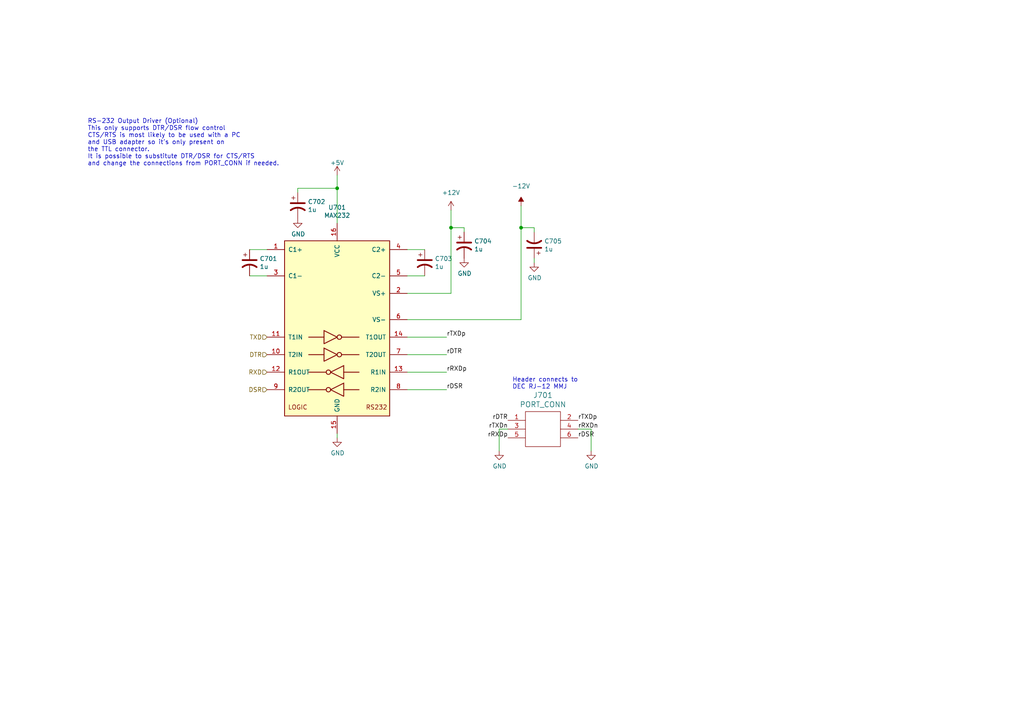
<source format=kicad_sch>
(kicad_sch (version 20211123) (generator eeschema)
  (paper "A4")
  (lib_symbols
    (symbol "Device:CP1" (pin_numbers hide) (pin_names (offset 0.254) hide)
      (property "Reference" "C" (at 0.635 2.54 0))
      (property "Value" "Device_CP1" (at 0.635 -2.54 0))
      (symbol "CP1_0_1"
        (polyline (pts (xy -2.032 0.762) (xy 2.032 0.762)) (stroke (width 0.508)))
        (polyline (pts (xy -1.778 2.286) (xy -0.762 2.286)))
        (polyline (pts (xy -1.27 1.778) (xy -1.27 2.794)))
        (arc (start 2.032 -1.27) (mid 0 -0.5572) (end -2.032 -1.27) (stroke (width 0.508)))
      )
      (symbol "CP1_1_1"
        (pin passive line (at 0 3.81 270) (length 2.794) (name "~") (number "1"))
        (pin passive line (at 0 -3.81 90) (length 3.302) (name "~") (number "2"))
      )
    )
    (symbol "Interface_UART:MAX232" (pin_names (offset 1.016))
      (property "Reference" "U" (at -2.54 28.575 0))
      (property "Value" "MAX232" (at -2.54 26.67 0))
      (symbol "MAX232_0_0"
        (text "LOGIC" (at -11.43 -22.86 0) (effects (font (size 1.27 1.27))))
        (text "RS232" (at 11.43 -22.86 0) (effects (font (size 1.27 1.27))))
      )
      (symbol "MAX232_0_1"
        (rectangle (start -15.24 -25.4) (end 15.24 25.4) (stroke (width 0.254)) (fill (type background)))
        (circle (center -2.54 -17.78) (radius 0.635) (stroke (width 0.254)))
        (circle (center -2.54 -12.7) (radius 0.635) (stroke (width 0.254)))
        (polyline (pts (xy -3.81 -7.62) (xy -8.255 -7.62)) (stroke (width 0.254)))
        (polyline (pts (xy -3.81 -2.54) (xy -8.255 -2.54)) (stroke (width 0.254)))
        (polyline (pts (xy -3.175 -17.78) (xy -8.255 -17.78)) (stroke (width 0.254)))
        (polyline (pts (xy -3.175 -12.7) (xy -8.255 -12.7)) (stroke (width 0.254)))
        (polyline (pts (xy 1.27 -7.62) (xy 6.35 -7.62)) (stroke (width 0.254)))
        (polyline (pts (xy 1.27 -2.54) (xy 6.35 -2.54)) (stroke (width 0.254)))
        (polyline (pts (xy 1.905 -17.78) (xy 6.35 -17.78)) (stroke (width 0.254)))
        (polyline (pts (xy 1.905 -12.7) (xy 6.35 -12.7)) (stroke (width 0.254)))
        (polyline (pts (xy -3.81 -5.715) (xy -3.81 -9.525) (xy 0 -7.62) (xy -3.81 -5.715)) (stroke (width 0.254)))
        (polyline (pts (xy -3.81 -0.635) (xy -3.81 -4.445) (xy 0 -2.54) (xy -3.81 -0.635)) (stroke (width 0.254)))
        (polyline (pts (xy 1.905 -15.875) (xy 1.905 -19.685) (xy -1.905 -17.78) (xy 1.905 -15.875)) (stroke (width 0.254)))
        (polyline (pts (xy 1.905 -10.795) (xy 1.905 -14.605) (xy -1.905 -12.7) (xy 1.905 -10.795)) (stroke (width 0.254)))
        (circle (center 0.635 -7.62) (radius 0.635) (stroke (width 0.254)))
        (circle (center 0.635 -2.54) (radius 0.635) (stroke (width 0.254)))
      )
      (symbol "MAX232_1_1"
        (pin passive line (at -20.32 22.86 0) (length 5.08) (name "C1+") (number "1"))
        (pin input line (at -20.32 -7.62 0) (length 5.08) (name "T2IN") (number "10"))
        (pin input line (at -20.32 -2.54 0) (length 5.08) (name "T1IN") (number "11"))
        (pin output line (at -20.32 -12.7 0) (length 5.08) (name "R1OUT") (number "12"))
        (pin input line (at 20.32 -12.7 180) (length 5.08) (name "R1IN") (number "13"))
        (pin output line (at 20.32 -2.54 180) (length 5.08) (name "T1OUT") (number "14"))
        (pin power_in line (at 0 -30.48 90) (length 5.08) (name "GND") (number "15"))
        (pin power_in line (at 0 30.48 270) (length 5.08) (name "VCC") (number "16"))
        (pin power_out line (at 20.32 10.16 180) (length 5.08) (name "VS+") (number "2"))
        (pin passive line (at -20.32 15.24 0) (length 5.08) (name "C1-") (number "3"))
        (pin passive line (at 20.32 22.86 180) (length 5.08) (name "C2+") (number "4"))
        (pin passive line (at 20.32 15.24 180) (length 5.08) (name "C2-") (number "5"))
        (pin power_out line (at 20.32 2.54 180) (length 5.08) (name "VS-") (number "6"))
        (pin output line (at 20.32 -7.62 180) (length 5.08) (name "T2OUT") (number "7"))
        (pin input line (at 20.32 -17.78 180) (length 5.08) (name "R2IN") (number "8"))
        (pin output line (at -20.32 -17.78 0) (length 5.08) (name "R2OUT") (number "9"))
      )
    )
    (symbol "power:+12V" (power) (pin_names (offset 0))
      (property "Value" "+12V" (at 0 3.556 0))
      (symbol "+12V_0_1"
        (polyline (pts (xy -0.762 1.27) (xy 0 2.54)))
        (polyline (pts (xy 0 0) (xy 0 2.54)))
        (polyline (pts (xy 0 2.54) (xy 0.762 1.27)))
      )
      (symbol "+12V_1_1"
        (pin power_in line (at 0 0 90) (length 0) hide (name "+12V") (number "1"))
      )
    )
    (symbol "power:+5V" (power) (pin_names (offset 0))
      (property "Value" "+5V" (at 0 3.556 0))
      (symbol "+5V_0_1"
        (polyline (pts (xy -0.762 1.27) (xy 0 2.54)))
        (polyline (pts (xy 0 0) (xy 0 2.54)))
        (polyline (pts (xy 0 2.54) (xy 0.762 1.27)))
      )
      (symbol "+5V_1_1"
        (pin power_in line (at 0 0 90) (length 0) hide (name "+5V") (number "1"))
      )
    )
    (symbol "power:-12V" (power) (pin_names (offset 0))
      (property "Value" "-12V" (at 0 3.81 0))
      (symbol "-12V_0_0"
        (pin power_in line (at 0 0 90) (length 0) hide (name "-12V") (number "1"))
      )
      (symbol "-12V_0_1"
        (polyline (pts (xy 0 0) (xy 0 1.27) (xy 0.762 1.27) (xy 0 2.54) (xy -0.762 1.27) (xy 0 1.27)) (fill (type outline)))
      )
    )
    (symbol "power:GND" (power) (pin_names (offset 0))
      (property "Value" "GND" (at 0 -3.81 0))
      (symbol "GND_0_1"
        (polyline (pts (xy 0 0) (xy 0 -1.27) (xy 1.27 -1.27) (xy 0 -2.54) (xy -1.27 -1.27) (xy 0 -1.27)))
      )
      (symbol "GND_1_1"
        (pin power_in line (at 0 0 270) (length 0) hide (name "GND") (number "1"))
      )
    )
    (symbol "zara80-cpu-rescue:HEADER_2X3-header" (pin_names (offset 1.016))
      (property "Reference" "J" (at 0 6.35 0))
      (property "Value" "HEADER_2X3-header" (at 0 -6.35 0))
      (symbol "HEADER_2X3-header_0_1"
        (rectangle (start -5.08 5.08) (end 5.08 -5.08))
      )
      (symbol "HEADER_2X3-header_1_1"
        (pin passive line (at -10.16 2.54 0) (length 5.08) (name "~") (number "1"))
        (pin passive line (at 10.16 2.54 180) (length 5.08) (name "~") (number "2"))
        (pin passive line (at -10.16 0 0) (length 5.08) (name "~") (number "3"))
        (pin passive line (at 10.16 0 180) (length 5.08) (name "~") (number "4"))
        (pin passive line (at -10.16 -2.54 0) (length 5.08) (name "~") (number "5"))
        (pin passive line (at 10.16 -2.54 180) (length 5.08) (name "~") (number "6"))
      )
    )
  )
  (junction (at 151.13 66.04))
  (junction (at 130.81 66.04))
  (junction (at 97.79 54.61))
  (wire (pts (xy 118.11 92.71) (xy 151.13 92.71)))
  (wire (pts (xy 118.11 72.39) (xy 123.19 72.39)))
  (wire (pts (xy 130.81 85.09) (xy 130.81 66.04)))
  (wire (pts (xy 97.79 54.61) (xy 97.79 64.77)))
  (wire (pts (xy 118.11 113.03) (xy 129.54 113.03)))
  (wire (pts (xy 72.39 72.39) (xy 77.47 72.39)))
  (wire (pts (xy 118.11 102.87) (xy 129.54 102.87)))
  (wire (pts (xy 171.45 130.81) (xy 171.45 124.46)))
  (wire (pts (xy 118.11 97.79) (xy 129.54 97.79)))
  (wire (pts (xy 130.81 66.04) (xy 134.62 66.04)))
  (wire (pts (xy 86.36 54.61) (xy 97.79 54.61)))
  (wire (pts (xy 154.94 67.31) (xy 154.94 66.04)))
  (wire (pts (xy 151.13 92.71) (xy 151.13 66.04)))
  (wire (pts (xy 118.11 107.95) (xy 129.54 107.95)))
  (wire (pts (xy 134.62 66.04) (xy 134.62 67.31)))
  (wire (pts (xy 97.79 50.8) (xy 97.79 54.61)))
  (wire (pts (xy 154.94 76.2) (xy 154.94 74.93)))
  (wire (pts (xy 72.39 80.01) (xy 77.47 80.01)))
  (wire (pts (xy 171.45 124.46) (xy 167.64 124.46)))
  (wire (pts (xy 147.32 124.46) (xy 144.78 124.46)))
  (wire (pts (xy 97.79 127) (xy 97.79 125.73)))
  (wire (pts (xy 130.81 66.04) (xy 130.81 60.96)))
  (wire (pts (xy 154.94 66.04) (xy 151.13 66.04)))
  (wire (pts (xy 118.11 80.01) (xy 123.19 80.01)))
  (wire (pts (xy 144.78 124.46) (xy 144.78 130.81)))
  (wire (pts (xy 86.36 55.88) (xy 86.36 54.61)))
  (wire (pts (xy 151.13 66.04) (xy 151.13 59.69)))
  (wire (pts (xy 118.11 85.09) (xy 130.81 85.09)))
  (text "RS-232 Output Driver (Optional)\nThis only supports DTR/DSR flow control\nCTS/RTS is most likely to be used with a PC\nand USB adapter so it’s only present on\nthe TTL connector.\nIt is possible to substitute DTR/DSR for CTS/RTS\nand change the connections from PORT_CONN if needed." (at 25.4 48.26 0) (effects (font (size 1.27 1.27)) (justify left bottom)))
  (text "Header connects to\nDEC RJ-12 MMJ" (at 148.59 113.03 0) (effects (font (size 1.27 1.27)) (justify left bottom)))
  (label "rDTR" (at 129.54 102.87 0))
  (label "rTXDp" (at 129.54 97.79 0))
  (label "rRXDp" (at 129.54 107.95 0))
  (label "rRXDp" (at 147.32 127 180))
  (label "rDTR" (at 147.32 121.92 180))
  (label "rTXDn" (at 147.32 124.46 180))
  (label "rDSR" (at 129.54 113.03 0))
  (label "rRXDn" (at 167.64 124.46 0))
  (label "rDSR" (at 167.64 127 0))
  (label "rTXDp" (at 167.64 121.92 0))
  (hierarchical_label "RXD" (shape input) (at 77.47 107.95 180))
  (hierarchical_label "DTR" (shape input) (at 77.47 102.87 180))
  (hierarchical_label "TXD" (shape input) (at 77.47 97.79 180))
  (hierarchical_label "DSR" (shape input) (at 77.47 113.03 180))
  (symbol (lib_id "Interface_UART:MAX232") (at 97.79 95.25 0)
    (property "Reference" "U701" (at 97.79 60.1726 0))
    (property "Value" "MAX232" (at 97.79 62.484 0))
    (property "Datasheet" "http://www.ti.com/lit/ds/symlink/max232.pdf" (effects hide))
  )
  (symbol (lib_id "Device:CP1") (at 86.36 59.69 0)
    (property "Reference" "C702" (at 89.281 58.5216 0) (effects (justify left)))
    (property "Value" "1u" (at 89.281 60.833 0) (effects (justify left)))
  )
  (symbol (lib_id "power:GND") (at 86.36 63.5 0)
    (property "Reference" "#PWR0701" (effects hide))
    (property "Value" "GND" (at 86.487 67.8942 0))
  )
  (symbol (lib_id "Device:CP1") (at 72.39 76.2 0)
    (property "Reference" "C701" (at 75.311 75.0316 0) (effects (justify left)))
    (property "Value" "1u" (at 75.311 77.343 0) (effects (justify left)))
  )
  (symbol (lib_id "Device:CP1") (at 123.19 76.2 0)
    (property "Reference" "C703" (at 126.111 75.0316 0) (effects (justify left)))
    (property "Value" "1u" (at 126.111 77.343 0) (effects (justify left)))
  )
  (symbol (lib_id "Device:CP1") (at 134.62 71.12 0)
    (property "Reference" "C704" (at 137.541 69.9516 0) (effects (justify left)))
    (property "Value" "1u" (at 137.541 72.263 0) (effects (justify left)))
  )
  (symbol (lib_id "power:GND") (at 134.62 74.93 0)
    (property "Reference" "#PWR0705" (effects hide))
    (property "Value" "GND" (at 134.747 79.3242 0))
  )
  (symbol (lib_id "power:GND") (at 97.79 127 0)
    (property "Reference" "#PWR0703" (effects hide))
    (property "Value" "GND" (at 97.917 131.3942 0))
  )
  (symbol (lib_id "Device:CP1") (at 154.94 71.12 180)
    (property "Reference" "C705" (at 157.861 69.9516 0) (effects (justify right)))
    (property "Value" "1u" (at 157.861 72.263 0) (effects (justify right)))
  )
  (symbol (lib_id "power:GND") (at 154.94 76.2 0)
    (property "Reference" "#PWR0708" (effects hide))
    (property "Value" "GND" (at 155.067 80.5942 0))
  )
  (symbol (lib_id "zara80-cpu-rescue:HEADER_2X3-header") (at 157.48 124.46 0)
    (property "Reference" "J701" (at 157.48 114.6302 0) (effects (font (size 1.524 1.524))))
    (property "Value" "PORT_CONN" (at 157.48 117.3226 0) (effects (font (size 1.524 1.524))))
  )
  (symbol (lib_id "power:GND") (at 144.78 130.81 0)
    (property "Reference" "#PWR0706" (effects hide))
    (property "Value" "GND" (at 144.907 135.2042 0))
  )
  (symbol (lib_id "power:GND") (at 171.45 130.81 0)
    (property "Reference" "#PWR0709" (effects hide))
    (property "Value" "GND" (at 171.577 135.2042 0))
  )
  (symbol (lib_id "power:-12V") (at 151.13 59.69 0)
    (property "Reference" "#PWR?" (effects hide))
    (property "Value" "-12V" (at 151.13 53.975 0))
  )
  (symbol (lib_id "power:+12V") (at 130.81 60.96 0)
    (property "Reference" "#PWR?" (effects hide))
    (property "Value" "+12V" (at 130.81 55.88 0))
  )
  (symbol (lib_id "power:+5V") (at 97.79 50.8 0)
    (property "Reference" "#PWR?" (effects hide))
    (property "Value" "+5V" (at 97.79 47.2242 0))
  )
)
</source>
